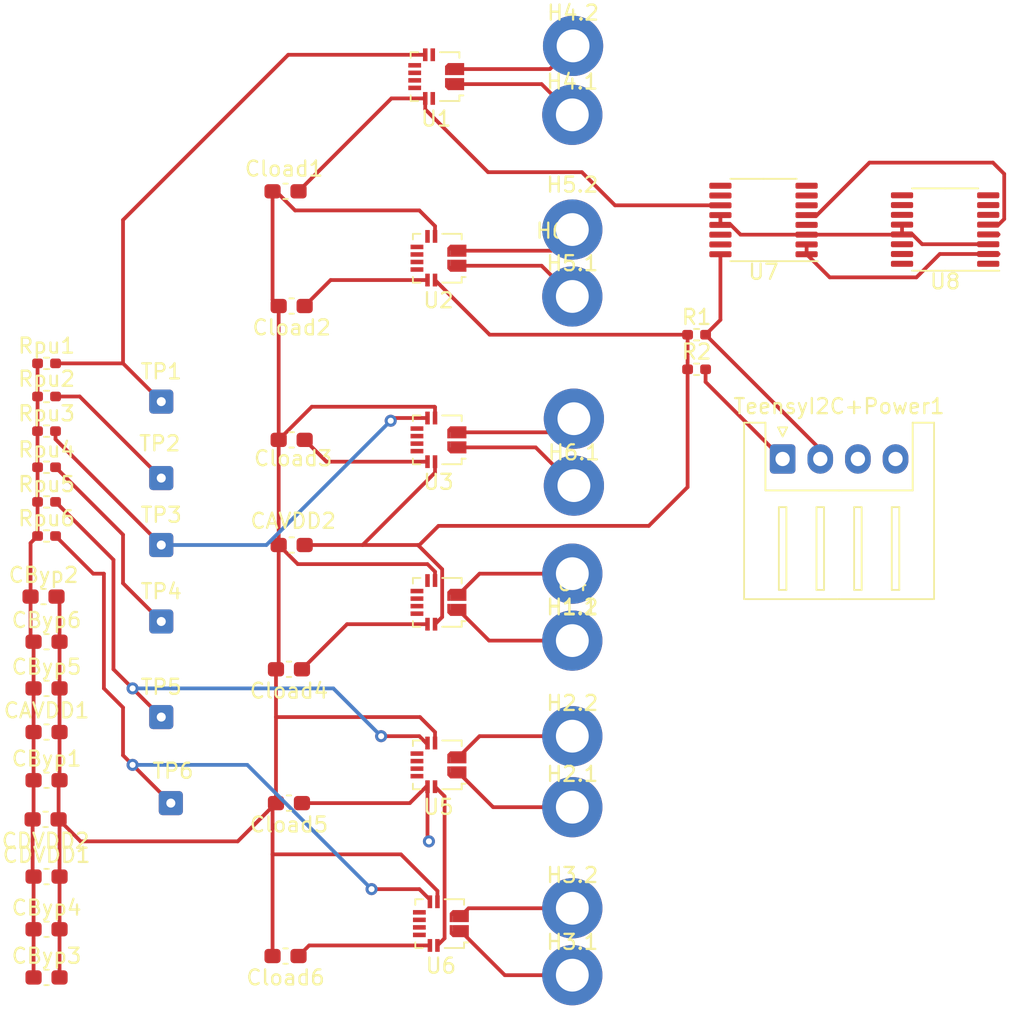
<source format=kicad_pcb>
(kicad_pcb (version 20211014) (generator pcbnew)
  (layers (0 "F.Cu" signal) (31 "B.Cu" signal) (34 "B.Paste" user) (35 "F.Paste" user) (36 "B.SilkS" user "B.Silkscreen") (37 "F.SilkS" user "F.Silkscreen") (38 "B.Mask" user) (39 "F.Mask" user) (44 "Edge.Cuts" user))
  (net 0 "")
  (net 1 "+3.3V")
  (net 2 "Earth")
  (net 3 "Net-(Cload1-Pad1)")
  (net 4 "Net-(Cload2-Pad1)")
  (net 5 "Net-(Cload3-Pad1)")
  (net 6 "Net-(Cload4-Pad1)")
  (net 7 "Net-(Cload5-Pad1)")
  (net 8 "Net-(H1.1-Pad1)")
  (net 9 "Net-(H1.2-Pad1)")
  (net 10 "Net-(H2.1-Pad1)")
  (net 11 "Net-(H2.2-Pad1)")
  (net 12 "Net-(H3.1-Pad1)")
  (net 13 "Net-(H3.2-Pad1)")
  (net 14 "Net-(H4.1-Pad1)")
  (net 15 "Net-(H4.2-Pad1)")
  (net 16 "Net-(H5.1-Pad1)")
  (net 17 "Net-(H5.2-Pad1)")
  (net 18 "Net-(H6.1-Pad1)")
  (net 19 "Net-(H6.2-Pad1)")
  (net 20 "Net-(Rpu1-Pad2)")
  (net 21 "Net-(Rpu2-Pad2)")
  (net 22 "Net-(Rpu3-Pad2)")
  (net 23 "Net-(Rpu4-Pad2)")
  (net 24 "Net-(Rpu5-Pad2)")
  (net 25 "Net-(Rpu6-Pad2)")
  (net 50 "GNDD")
  (net 51 "GNDA")
  (net 60 "Net-(U6-Pad9)")
  (net 61 "Net-(R2-Pad2)")
  (net 62 "Net-(R1-Pad2)")
  (footprint "Package_SO:TSSOP-16_4.4x5mm_P0.65mm" (layer "F.Cu") (at 212.725 38.735 180)
    (fp_text reference "U7" (at 0 -3.45) (layer "F.SilkS"))
    (fp_text value "ADS1119IPWR")
    (pad "1" smd roundrect (at -2.8625 -2.275 180) (size 1.475 0.4) (layers "F.Cu" "F.Paste" "F.Mask") (net 50 "GNDD"))
    (pad "2" smd roundrect (at -2.8625 -1.625 180) (size 1.475 0.4) (layers "F.Cu" "F.Paste" "F.Mask") (net 50 "GNDD"))
    (pad "3" smd roundrect (at -2.8625 -0.975 180) (size 1.475 0.4) (layers "F.Cu" "F.Paste" "F.Mask") (net 1 "+3.3V"))
    (pad "4" smd roundrect (at -2.8625 -0.325 180) (size 1.475 0.4) (layers "F.Cu" "F.Paste" "F.Mask") (net 50 "GNDD"))
    (pad "5" smd roundrect (at -2.8625 0.325 180) (size 1.475 0.4) (layers "F.Cu" "F.Paste" "F.Mask") (net 51 "GNDA"))
    (pad "6" smd roundrect (at -2.8625 0.975 180) (size 1.475 0.4) (layers "F.Cu" "F.Paste" "F.Mask") (net 6 "Net-(Cload4-Pad1)"))
    (pad "7" smd roundrect (at -2.8625 1.625 180) (size 1.475 0.4) (layers "F.Cu" "F.Paste" "F.Mask") (net 7 "Net-(Cload5-Pad1)"))
    (pad "8" smd roundrect (at -2.8625 2.275 180) (size 1.475 0.4) (layers "F.Cu" "F.Paste" "F.Mask"))
    (pad "9" smd roundrect (at 2.8625 2.275 180) (size 1.475 0.4) (layers "F.Cu" "F.Paste" "F.Mask"))
    (pad "10" smd roundrect (at 2.8625 1.625 180) (size 1.475 0.4) (layers "F.Cu" "F.Paste" "F.Mask") (net 60 "Net-(U6-Pad9)"))
    (pad "11" smd roundrect (at 2.8625 0.975 180) (size 1.475 0.4) (layers "F.Cu" "F.Paste" "F.Mask") (net 3 "Net-(Cload1-Pad1)"))
    (pad "12" smd roundrect (at 2.8625 0.325 180) (size 1.475 0.4) (layers "F.Cu" "F.Paste" "F.Mask") (net 1 "+3.3V"))
    (pad "13" smd roundrect (at 2.8625 -0.325 180) (size 1.475 0.4) (layers "F.Cu" "F.Paste" "F.Mask") (net 1 "+3.3V"))
    (pad "14" smd roundrect (at 2.8625 -0.975 180) (size 1.475 0.4) (layers "F.Cu" "F.Paste" "F.Mask"))
    (pad "15" smd roundrect (at 2.8625 -1.625 180) (size 1.475 0.4) (layers "F.Cu" "F.Paste" "F.Mask") (net 61 "Net-(R2-Pad2)"))
    (pad "16" smd roundrect (at 2.8625 -2.275 180) (size 1.475 0.4) (layers "F.Cu" "F.Paste" "F.Mask") (net 62 "Net-(R1-Pad2)"))
  )
  (footprint "Capacitor_SMD:C_0603_1608Metric_Pad1.08x0.95mm_HandSolder" (layer "F.Cu") (at 165.1 82.35)
    (fp_text reference "CDVDD1" (at 0 -1.43) (layer "F.SilkS"))
    (fp_text value "0.1")
    (pad "1" smd roundrect (at -0.8625 0) (size 1.075 0.95) (layers "F.Cu" "F.Paste" "F.Mask") (net 1 "+3.3V"))
    (pad "2" smd roundrect (at 0.8625 0) (size 1.075 0.95) (layers "F.Cu" "F.Paste" "F.Mask") (net 2 "Earth"))
  )
  (footprint "Sensor_Current:Allegro_QFN-12-10-1EP_3x3mm_P0.5mm" (layer "F.Cu") (at 191.135 53.34 180)
    (fp_text reference "U3" (at 0 -2.8) (layer "F.SilkS"))
    (fp_text value "ACS711xEXLT-31AB")
    (pad "1" smd rect (at -0.785 -0.7 225) (size 0.2828 0.2828) (layers "F.Cu" "F.Paste" "F.Mask") (net 18 "Net-(H6.1-Pad1)"))
    (pad "1" smd rect (at -1.32 -0.5 180) (size 1.07 0.8) (layers "F.Cu" "F.Paste" "F.Mask") (net 18 "Net-(H6.1-Pad1)"))
    (pad "1" smd rect (at -0.685 -0.4 180) (size 0.2 0.6) (layers "F.Cu" "F.Paste" "F.Mask") (net 18 "Net-(H6.1-Pad1)"))
    (pad "2" smd rect (at -0.785 0.7 225) (size 0.2828 0.2828) (layers "F.Cu" "F.Paste" "F.Mask") (net 19 "Net-(H6.2-Pad1)"))
    (pad "2" smd rect (at -1.32 0.5 180) (size 1.07 0.8) (layers "F.Cu" "F.Paste" "F.Mask") (net 19 "Net-(H6.2-Pad1)"))
    (pad "2" smd rect (at -0.685 0.4 180) (size 0.2 0.6) (layers "F.Cu" "F.Paste" "F.Mask") (net 19 "Net-(H6.2-Pad1)"))
    (pad "3" smd rect (at 0.23 1.45 180) (size 0.3 0.85) (layers "F.Cu" "F.Paste" "F.Mask") (net 2 "Earth"))
    (pad "4" smd rect (at 0.73 1.45 180) (size 0.3 0.85) (layers "F.Cu" "F.Paste" "F.Mask") (net 22 "Net-(Rpu3-Pad2)"))
    (pad "5" smd rect (at 1.43 0.75 180) (size 0.85 0.3) (layers "F.Cu" "F.Paste" "F.Mask"))
    (pad "6" smd rect (at 1.43 0.25 180) (size 0.85 0.3) (layers "F.Cu" "F.Paste" "F.Mask"))
    (pad "7" smd rect (at 1.43 -0.25 180) (size 0.85 0.3) (layers "F.Cu" "F.Paste" "F.Mask"))
    (pad "8" smd rect (at 1.43 -0.75 180) (size 0.85 0.3) (layers "F.Cu" "F.Paste" "F.Mask"))
    (pad "9" smd rect (at 0.73 -1.45 180) (size 0.3 0.85) (layers "F.Cu" "F.Paste" "F.Mask") (net 5 "Net-(Cload3-Pad1)"))
    (pad "10" smd rect (at 0.23 -1.45 180) (size 0.3 0.85) (layers "F.Cu" "F.Paste" "F.Mask") (net 1 "+3.3V"))
  )
  (footprint "Resistor_SMD:R_0402_1005Metric_Pad0.72x0.64mm_HandSolder" (layer "F.Cu") (at 208.28 46.355)
    (fp_text reference "R1" (at 0 -1.17) (layer "F.SilkS"))
    (fp_text value "4.7k")
    (pad "1" smd roundrect (at -0.5975 0) (size 0.715 0.64) (layers "F.Cu" "F.Paste" "F.Mask") (net 1 "+3.3V"))
    (pad "2" smd roundrect (at 0.5975 0) (size 0.715 0.64) (layers "F.Cu" "F.Paste" "F.Mask") (net 62 "Net-(R1-Pad2)"))
  )
  (footprint "Resistor_SMD:R_0402_1005Metric_Pad0.72x0.64mm_HandSolder" (layer "F.Cu") (at 165.1 48.26)
    (fp_text reference "Rpu1" (at 0 -1.17) (layer "F.SilkS"))
    (fp_text value "4.7k")
    (pad "1" smd roundrect (at -0.5975 0) (size 0.715 0.64) (layers "F.Cu" "F.Paste" "F.Mask") (net 1 "+3.3V"))
    (pad "2" smd roundrect (at 0.5975 0) (size 0.715 0.64) (layers "F.Cu" "F.Paste" "F.Mask") (net 20 "Net-(Rpu1-Pad2)"))
  )
  (footprint "Connector_Wire:SolderWire-0.1sqmm_1x01_D0.4mm_OD1mm" (layer "F.Cu") (at 172.72 50.8)
    (fp_text reference "TP1" (at 0 -2) (layer "F.SilkS"))
    (fp_text value "Fault 1")
    (pad "1" thru_hole roundrect (at 0 0) (size 1.6 1.6) (drill 0.6) (layers *.Cu *.Mask) (roundrect_rratio 0.15625) (net 20 "Net-(Rpu1-Pad2)"))
  )
  (footprint "Connector_Wire:SolderWire-0.25sqmm_1x01_D0.65mm_OD2mm" (layer "F.Cu") (at 200.13 56.38)
    (fp_text reference "H6.1" (at 0 -2.2) (layer "F.SilkS"))
    (fp_text value "I+ Pad")
    (pad "1" thru_hole circle (at 0 0) (size 4 4) (drill 2.18) (layers *.Cu *.Mask) (net 18 "Net-(H6.1-Pad1)"))
  )
  (footprint "Connector_Wire:SolderWire-0.25sqmm_1x01_D0.65mm_OD2mm" (layer "F.Cu") (at 200.025 39.37)
    (fp_text reference "H5.2" (at 0 -2.975) (layer "F.SilkS"))
    (fp_text value "I- Pad")
    (pad "1" thru_hole circle (at 0 0) (size 4 4) (drill 2.18) (layers *.Cu *.Mask) (net 17 "Net-(H5.2-Pad1)"))
  )
  (footprint "Capacitor_SMD:C_0603_1608Metric_Pad1.08x0.95mm_HandSolder" (layer "F.Cu") (at 165.1 72.75)
    (fp_text reference "CAVDD1" (at 0 -1.43) (layer "F.SilkS"))
    (fp_text value "0.1")
    (pad "1" smd roundrect (at -0.8625 0) (size 1.075 0.95) (layers "F.Cu" "F.Paste" "F.Mask") (net 1 "+3.3V"))
    (pad "2" smd roundrect (at 0.8625 0) (size 1.075 0.95) (layers "F.Cu" "F.Paste" "F.Mask") (net 2 "Earth"))
  )
  (footprint "Sensor_Current:Allegro_QFN-12-10-1EP_3x3mm_P0.5mm" (layer "F.Cu") (at 191.295 85.475 180)
    (fp_text reference "U6" (at 0 -2.8) (layer "F.SilkS"))
    (fp_text value "ACS711xEXLT-31AB")
    (pad "1" smd rect (at -1.32 -0.5 180) (size 1.07 0.8) (layers "F.Cu" "F.Paste" "F.Mask") (net 12 "Net-(H3.1-Pad1)"))
    (pad "1" smd rect (at -0.685 -0.4 180) (size 0.2 0.6) (layers "F.Cu" "F.Paste" "F.Mask") (net 12 "Net-(H3.1-Pad1)"))
    (pad "1" smd rect (at -0.785 -0.7 225) (size 0.2828 0.2828) (layers "F.Cu" "F.Paste" "F.Mask") (net 12 "Net-(H3.1-Pad1)"))
    (pad "2" smd rect (at -0.785 0.7 225) (size 0.2828 0.2828) (layers "F.Cu" "F.Paste" "F.Mask") (net 13 "Net-(H3.2-Pad1)"))
    (pad "2" smd rect (at -0.685 0.4 180) (size 0.2 0.6) (layers "F.Cu" "F.Paste" "F.Mask") (net 13 "Net-(H3.2-Pad1)"))
    (pad "2" smd rect (at -1.32 0.5 180) (size 1.07 0.8) (layers "F.Cu" "F.Paste" "F.Mask") (net 13 "Net-(H3.2-Pad1)"))
    (pad "3" smd rect (at 0.23 1.45 180) (size 0.3 0.85) (layers "F.Cu" "F.Paste" "F.Mask") (net 2 "Earth"))
    (pad "4" smd rect (at 0.73 1.45 180) (size 0.3 0.85) (layers "F.Cu" "F.Paste" "F.Mask") (net 25 "Net-(Rpu6-Pad2)"))
    (pad "5" smd rect (at 1.43 0.75 180) (size 0.85 0.3) (layers "F.Cu" "F.Paste" "F.Mask"))
    (pad "6" smd rect (at 1.43 0.25 180) (size 0.85 0.3) (layers "F.Cu" "F.Paste" "F.Mask"))
    (pad "7" smd rect (at 1.43 -0.25 180) (size 0.85 0.3) (layers "F.Cu" "F.Paste" "F.Mask"))
    (pad "8" smd rect (at 1.43 -0.75 180) (size 0.85 0.3) (layers "F.Cu" "F.Paste" "F.Mask"))
    (pad "9" smd rect (at 0.73 -1.45 180) (size 0.3 0.85) (layers "F.Cu" "F.Paste" "F.Mask") (net 60 "Net-(U6-Pad9)"))
    (pad "10" smd rect (at 0.23 -1.45 180) (size 0.3 0.85) (layers "F.Cu" "F.Paste" "F.Mask") (net 1 "+3.3V"))
  )
  (footprint "Resistor_SMD:R_0402_1005Metric_Pad0.72x0.64mm_HandSolder" (layer "F.Cu") (at 208.28 48.655)
    (fp_text reference "R2" (at 0 -1.17) (layer "F.SilkS"))
    (fp_text value "4.7k")
    (pad "1" smd roundrect (at -0.5975 0) (size 0.715 0.64) (layers "F.Cu" "F.Paste" "F.Mask") (net 1 "+3.3V"))
    (pad "2" smd roundrect (at 0.5975 0) (size 0.715 0.64) (layers "F.Cu" "F.Paste" "F.Mask") (net 61 "Net-(R2-Pad2)"))
  )
  (footprint "Connector_Wire:SolderWire-0.25sqmm_1x01_D0.65mm_OD2mm" (layer "F.Cu") (at 200.13 51.935)
    (fp_text reference "H6.2" (at -0.8 -12.48) (layer "F.SilkS"))
    (fp_text value "I- Pad")
    (pad "1" thru_hole circle (at 0 0) (size 4 4) (drill 2.18) (layers *.Cu *.Mask) (net 19 "Net-(H6.2-Pad1)"))
  )
  (footprint "Sensor_Current:Allegro_QFN-12-10-1EP_3x3mm_P0.5mm" (layer "F.Cu") (at 190.985 29.21 180)
    (fp_text reference "U1" (at 0 -2.8) (layer "F.SilkS"))
    (fp_text value "ACS711xEXLT-31AB")
    (pad "1" smd rect (at -0.785 -0.7 225) (size 0.2828 0.2828) (layers "F.Cu" "F.Paste" "F.Mask") (net 14 "Net-(H4.1-Pad1)"))
    (pad "1" smd rect (at -0.685 -0.4 180) (size 0.2 0.6) (layers "F.Cu" "F.Paste" "F.Mask") (net 14 "Net-(H4.1-Pad1)"))
    (pad "1" smd rect (at -1.32 -0.5 180) (size 1.07 0.8) (layers "F.Cu" "F.Paste" "F.Mask") (net 14 "Net-(H4.1-Pad1)"))
    (pad "2" smd rect (at -0.785 0.7 225) (size 0.2828 0.2828) (layers "F.Cu" "F.Paste" "F.Mask") (net 15 "Net-(H4.2-Pad1)"))
    (pad "2" smd rect (at -0.685 0.4 180) (size 0.2 0.6) (layers "F.Cu" "F.Paste" "F.Mask") (net 15 "Net-(H4.2-Pad1)"))
    (pad "2" smd rect (at -1.32 0.5 180) (size 1.07 0.8) (layers "F.Cu" "F.Paste" "F.Mask") (net 15 "Net-(H4.2-Pad1)"))
    (pad "3" smd rect (at 0.23 1.45 180) (size 0.3 0.85) (layers "F.Cu" "F.Paste" "F.Mask") (net 2 "Earth"))
    (pad "4" smd rect (at 0.73 1.45 180) (size 0.3 0.85) (layers "F.Cu" "F.Paste" "F.Mask") (net 20 "Net-(Rpu1-Pad2)"))
    (pad "5" smd rect (at 1.43 0.75 180) (size 0.85 0.3) (layers "F.Cu" "F.Paste" "F.Mask"))
    (pad "6" smd rect (at 1.43 0.25 180) (size 0.85 0.3) (layers "F.Cu" "F.Paste" "F.Mask"))
    (pad "7" smd rect (at 1.43 -0.25 180) (size 0.85 0.3) (layers "F.Cu" "F.Paste" "F.Mask"))
    (pad "8" smd rect (at 1.43 -0.75 180) (size 0.85 0.3) (layers "F.Cu" "F.Paste" "F.Mask"))
    (pad "9" smd rect (at 0.73 -1.45 180) (size 0.3 0.85) (layers "F.Cu" "F.Paste" "F.Mask") (net 3 "Net-(Cload1-Pad1)"))
    (pad "10" smd rect (at 0.23 -1.45 180) (size 0.3 0.85) (layers "F.Cu" "F.Paste" "F.Mask") (net 1 "+3.3V"))
  )
  (footprint "Sensor_Current:Allegro_QFN-12-10-1EP_3x3mm_P0.5mm" (layer "F.Cu") (at 191.135 41.275 180)
    (fp_text reference "U2" (at 0 -2.8) (layer "F.SilkS"))
    (fp_text value "ACS711xEXLT-31AB")
    (pad "1" smd rect (at -1.32 -0.5 180) (size 1.07 0.8) (layers "F.Cu" "F.Paste" "F.Mask") (net 16 "Net-(H5.1-Pad1)"))
    (pad "1" smd rect (at -0.685 -0.4 180) (size 0.2 0.6) (layers "F.Cu" "F.Paste" "F.Mask") (net 16 "Net-(H5.1-Pad1)"))
    (pad "1" smd rect (at -0.785 -0.7 225) (size 0.2828 0.2828) (layers "F.Cu" "F.Paste" "F.Mask") (net 16 "Net-(H5.1-Pad1)"))
    (pad "2" smd rect (at -1.32 0.5 180) (size 1.07 0.8) (layers "F.Cu" "F.Paste" "F.Mask") (net 17 "Net-(H5.2-Pad1)"))
    (pad "2" smd rect (at -0.785 0.7 225) (size 0.2828 0.2828) (layers "F.Cu" "F.Paste" "F.Mask") (net 17 "Net-(H5.2-Pad1)"))
    (pad "2" smd rect (at -0.685 0.4 180) (size 0.2 0.6) (layers "F.Cu" "F.Paste" "F.Mask") (net 17 "Net-(H5.2-Pad1)"))
    (pad "3" smd rect (at 0.23 1.45 180) (size 0.3 0.85) (layers "F.Cu" "F.Paste" "F.Mask") (net 2 "Earth"))
    (pad "4" smd rect (at 0.73 1.45 180) (size 0.3 0.85) (layers "F.Cu" "F.Paste" "F.Mask") (net 21 "Net-(Rpu2-Pad2)"))
    (pad "5" smd rect (at 1.43 0.75 180) (size 0.85 0.3) (layers "F.Cu" "F.Paste" "F.Mask"))
    (pad "6" smd rect (at 1.43 0.25 180) (size 0.85 0.3) (layers "F.Cu" "F.Paste" "F.Mask"))
    (pad "7" smd rect (at 1.43 -0.25 180) (size 0.85 0.3) (layers "F.Cu" "F.Paste" "F.Mask"))
    (pad "8" smd rect (at 1.43 -0.75 180) (size 0.85 0.3) (layers "F.Cu" "F.Paste" "F.Mask"))
    (pad "9" smd rect (at 0.73 -1.45 180) (size 0.3 0.85) (layers "F.Cu" "F.Paste" "F.Mask") (net 4 "Net-(Cload2-Pad1)"))
    (pad "10" smd rect (at 0.23 -1.45 180) (size 0.3 0.85) (layers "F.Cu" "F.Paste" "F.Mask") (net 1 "+3.3V"))
  )
  (footprint "Capacitor_SMD:C_0603_1608Metric_Pad1.08x0.95mm_HandSolder" (layer "F.Cu") (at 180.975 36.83 180)
    (fp_text reference "Cload1" (at 0.1 1.5) (layer "F.SilkS"))
    (fp_text value "0.1")
    (pad "1" smd roundrect (at -0.8625 0 180) (size 1.075 0.95) (layers "F.Cu" "F.Paste" "F.Mask") (net 3 "Net-(Cload1-Pad1)"))
    (pad "2" smd roundrect (at 0.8625 0 180) (size 1.075 0.95) (layers "F.Cu" "F.Paste" "F.Mask") (net 2 "Earth"))
  )
  (footprint "Capacitor_SMD:C_0603_1608Metric_Pad1.08x0.95mm_HandSolder" (layer "F.Cu") (at 181.3825 53.34 180)
    (fp_text reference "Cload3" (at -0.1 -1.23) (layer "F.SilkS"))
    (fp_text value "0.1")
    (pad "1" smd roundrect (at -0.8625 0 180) (size 1.075 0.95) (layers "F.Cu" "F.Paste" "F.Mask") (net 5 "Net-(Cload3-Pad1)"))
    (pad "2" smd roundrect (at 0.8625 0 180) (size 1.075 0.95) (layers "F.Cu" "F.Paste" "F.Mask") (net 2 "Earth"))
  )
  (footprint "Connector_Wire:SolderWire-0.1sqmm_1x01_D0.4mm_OD1mm" (layer "F.Cu") (at 172.72 65.405)
    (fp_text reference "TP4" (at 0 -2) (layer "F.SilkS"))
    (fp_text value "Fault 4")
    (pad "1" thru_hole roundrect (at 0 0) (size 1.6 1.6) (drill 0.6) (layers *.Cu *.Mask) (roundrect_rratio 0.15625) (net 23 "Net-(Rpu4-Pad2)"))
  )
  (footprint "Connector_Wire:SolderWire-0.25sqmm_1x01_D0.65mm_OD2mm" (layer "F.Cu") (at 200.025 31.75)
    (fp_text reference "H4.1" (at 0 -2.2) (layer "F.SilkS"))
    (fp_text value "I+ Pad")
    (pad "1" thru_hole circle (at 0 0) (size 4 4) (drill 2.18) (layers *.Cu *.Mask) (net 14 "Net-(H4.1-Pad1)"))
  )
  (footprint "Connector_Wire:SolderWire-0.25sqmm_1x01_D0.65mm_OD2mm" (layer "F.Cu") (at 200.025 73.025)
    (fp_text reference "H2.2" (at 0 -2.2) (layer "F.SilkS"))
    (fp_text value "I- Pad")
    (pad "1" thru_hole circle (at 0 0) (size 4 4) (drill 2.18) (layers *.Cu *.Mask) (net 11 "Net-(H2.2-Pad1)"))
  )
  (footprint "Connector_Wire:SolderWire-0.1sqmm_1x01_D0.4mm_OD1mm" (layer "F.Cu") (at 172.72 60.325)
    (fp_text reference "TP3" (at 0 -2) (layer "F.SilkS"))
    (fp_text value "Fault 3")
    (pad "1" thru_hole roundrect (at 0 0) (size 1.6 1.6) (drill 0.6) (layers *.Cu *.Mask) (roundrect_rratio 0.15625) (net 22 "Net-(Rpu3-Pad2)"))
  )
  (footprint "Capacitor_SMD:C_0603_1608Metric_Pad1.08x0.95mm_HandSolder" (layer "F.Cu") (at 165.1 89.05)
    (fp_text reference "CByp3" (at 0 -1.43) (layer "F.SilkS"))
    (fp_text value "0.1")
    (pad "1" smd roundrect (at -0.8625 0) (size 1.075 0.95) (layers "F.Cu" "F.Paste" "F.Mask") (net 1 "+3.3V"))
    (pad "2" smd roundrect (at 0.8625 0) (size 1.075 0.95) (layers "F.Cu" "F.Paste" "F.Mask") (net 2 "Earth"))
  )
  (footprint "Resistor_SMD:R_0402_1005Metric_Pad0.72x0.64mm_HandSolder" (layer "F.Cu") (at 165.1 55.16)
    (fp_text reference "Rpu4" (at 0 -1.17) (layer "F.SilkS"))
    (fp_text value "4.7k")
    (pad "1" smd roundrect (at -0.5975 0) (size 0.715 0.64) (layers "F.Cu" "F.Paste" "F.Mask") (net 1 "+3.3V"))
    (pad "2" smd roundrect (at 0.5975 0) (size 0.715 0.64) (layers "F.Cu" "F.Paste" "F.Mask") (net 23 "Net-(Rpu4-Pad2)"))
  )
  (footprint "Capacitor_SMD:C_0603_1608Metric_Pad1.08x0.95mm_HandSolder" (layer "F.Cu") (at 165.1 69.85)
    (fp_text reference "CByp5" (at 0 -1.43) (layer "F.SilkS"))
    (fp_text value "0.1")
    (pad "1" smd roundrect (at -0.8625 0) (size 1.075 0.95) (layers "F.Cu" "F.Paste" "F.Mask") (net 1 "+3.3V"))
    (pad "2" smd roundrect (at 0.8625 0) (size 1.075 0.95) (layers "F.Cu" "F.Paste" "F.Mask") (net 2 "Earth"))
  )
  (footprint "Capacitor_SMD:C_0603_1608Metric_Pad1.08x0.95mm_HandSolder" (layer "F.Cu") (at 164.9 63.75)
    (fp_text reference "CByp2" (at 0 -1.43) (layer "F.SilkS"))
    (fp_text value "0.1")
    (pad "1" smd roundrect (at -0.8625 0) (size 1.075 0.95) (layers "F.Cu" "F.Paste" "F.Mask") (net 1 "+3.3V"))
    (pad "2" smd roundrect (at 0.8625 0) (size 1.075 0.95) (layers "F.Cu" "F.Paste" "F.Mask") (net 2 "Earth"))
  )
  (footprint "Connector_Wire:SolderWire-0.25sqmm_1x01_D0.65mm_OD2mm" (layer "F.Cu") (at 200.025 66.675)
    (fp_text reference "H1.1" (at 0 -2.2) (layer "F.SilkS"))
    (fp_text value "I+ Pad")
    (pad "1" thru_hole circle (at 0 0) (size 4 4) (drill 2.18) (layers *.Cu *.Mask) (net 8 "Net-(H1.1-Pad1)"))
  )
  (footprint "Capacitor_SMD:C_0603_1608Metric_Pad1.08x0.95mm_HandSolder" (layer "F.Cu") (at 181.2025 68.58 180)
    (fp_text reference "Cload4" (at 0 -1.43) (layer "F.SilkS"))
    (fp_text value "0.1")
    (pad "1" smd roundrect (at -0.8625 0 180) (size 1.075 0.95) (layers "F.Cu" "F.Paste" "F.Mask") (net 6 "Net-(Cload4-Pad1)"))
    (pad "2" smd roundrect (at 0.8625 0 180) (size 1.075 0.95) (layers "F.Cu" "F.Paste" "F.Mask") (net 2 "Earth"))
  )
  (footprint "Capacitor_SMD:C_0603_1608Metric_Pad1.08x0.95mm_HandSolder" (layer "F.Cu") (at 165.1 66.75)
    (fp_text reference "CByp6" (at 0 -1.43) (layer "F.SilkS"))
    (fp_text value "0.1")
    (pad "1" smd roundrect (at -0.8625 0) (size 1.075 0.95) (layers "F.Cu" "F.Paste" "F.Mask") (net 1 "+3.3V"))
    (pad "2" smd roundrect (at 0.8625 0) (size 1.075 0.95) (layers "F.Cu" "F.Paste" "F.Mask") (net 2 "Earth"))
  )
  (footprint "Capacitor_SMD:C_0603_1608Metric_Pad1.08x0.95mm_HandSolder" (layer "F.Cu") (at 181.3825 60.325 180)
    (fp_text reference "CAVDD2" (at -0.1 1.6) (layer "F.SilkS"))
    (fp_text value "0.1")
    (pad "1" smd roundrect (at -0.8625 0 180) (size 1.075 0.95) (layers "F.Cu" "F.Paste" "F.Mask") (net 1 "+3.3V"))
    (pad "2" smd roundrect (at 0.8625 0 180) (size 1.075 0.95) (layers "F.Cu" "F.Paste" "F.Mask") (net 2 "Earth"))
  )
  (footprint "Capacitor_SMD:C_0603_1608Metric_Pad1.08x0.95mm_HandSolder" (layer "F.Cu") (at 180.975 87.63 180)
    (fp_text reference "Cload6" (at 0 -1.43) (layer "F.SilkS"))
    (fp_text value "0.1")
    (pad "1" smd roundrect (at -0.8625 0 180) (size 1.075 0.95) (layers "F.Cu" "F.Paste" "F.Mask") (net 60 "Net-(U6-Pad9)"))
    (pad "2" smd roundrect (at 0.8625 0 180) (size 1.075 0.95) (layers "F.Cu" "F.Paste" "F.Mask") (net 2 "Earth"))
  )
  (footprint "Resistor_SMD:R_0402_1005Metric_Pad0.72x0.64mm_HandSolder" (layer "F.Cu") (at 165.0975 52.76)
    (fp_text reference "Rpu3" (at 0 -1.17) (layer "F.SilkS"))
    (fp_text value "4.7k")
    (pad "1" smd roundrect (at -0.5975 0) (size 0.715 0.64) (layers "F.Cu" "F.Paste" "F.Mask") (net 1 "+3.3V"))
    (pad "2" smd roundrect (at 0.5975 0) (size 0.715 0.64) (layers "F.Cu" "F.Paste" "F.Mask") (net 22 "Net-(Rpu3-Pad2)"))
  )
  (footprint "Connector_Wire:SolderWire-0.25sqmm_1x01_D0.65mm_OD2mm" (layer "F.Cu") (at 200.025 84.455)
    (fp_text reference "H3.2" (at 0 -2.2) (layer "F.SilkS"))
    (fp_text value "I- Pad")
    (pad "1" thru_hole circle (at 0 0) (size 4 4) (drill 2.18) (layers *.Cu *.Mask) (net 13 "Net-(H3.2-Pad1)"))
  )
  (footprint "Sensor_Current:Allegro_QFN-12-10-1EP_3x3mm_P0.5mm" (layer "F.Cu") (at 191.135 74.93 180)
    (fp_text reference "U5" (at 0 -2.8) (layer "F.SilkS"))
    (fp_text value "ACS711xEXLT-31AB")
    (pad "1" smd rect (at -0.785 -0.7 225) (size 0.2828 0.2828) (layers "F.Cu" "F.Paste" "F.Mask") (net 10 "Net-(H2.1-Pad1)"))
    (pad "1" smd rect (at -0.685 -0.4 180) (size 0.2 0.6) (layers "F.Cu" "F.Paste" "F.Mask") (net 10 "Net-(H2.1-Pad1)"))
    (pad "1" smd rect (at -1.32 -0.5 180) (size 1.07 0.8) (layers "F.Cu" "F.Paste" "F.Mask") (net 10 "Net-(H2.1-Pad1)"))
    (pad "2" smd rect (at -1.32 0.5 180) (size 1.07 0.8) (layers "F.Cu" "F.Paste" "F.Mask") (net 11 "Net-(H2.2-Pad1)"))
    (pad "2" smd rect (at -0.785 0.7 225) (size 0.2828 0.2828) (layers "F.Cu" "F.Paste" "F.Mask") (net 11 "Net-(H2.2-Pad1)"))
    (pad "2" smd rect (at -0.685 0.4 180) (size 0.2 0.6) (layers "F.Cu" "F.Paste" "F.Mask") (net 11 "Net-(H2.2-Pad1)"))
    (pad "3" smd rect (at 0.23 1.45 180) (size 0.3 0.85) (layers "F.Cu" "F.Paste" "F.Mask") (net 2 "Earth"))
    (pad "4" smd rect (at 0.73 1.45 180) (size 0.3 0.85) (layers "F.Cu" "F.Paste" "F.Mask") (net 24 "Net-(Rpu5-Pad2)"))
    (pad "5" smd rect (at 1.43 0.75 180) (size 0.85 0.3) (layers "F.Cu" "F.Paste" "F.Mask"))
    (pad "6" smd rect (at 1.43 0.25 180) (size 0.85 0.3) (layers "F.Cu" "F.Paste" "F.Mask"))
    (pad "7" smd rect (at 1.43 -0.25 180) (size 0.85 0.3) (layers "F.Cu" "F.Paste" "F.Mask"))
    (pad "8" smd rect (at 1.43 -0.75 180) (size 0.85 0.3) (layers "F.Cu" "F.Paste" "F.Mask"))
    (pad "9" smd rect (at 0.73 -1.45 180) (size 0.3 0.85) (layers "F.Cu" "F.Paste" "F.Mask") (net 7 "Net-(Cload5-Pad1)"))
    (pad "10" smd rect (at 0.23 -1.45 180) (size 0.3 0.85) (layers "F.Cu" "F.Paste" "F.Mask") (net 1 "+3.3V"))
  )
  (footprint "Capacitor_SMD:C_0603_1608Metric_Pad1.08x0.95mm_HandSolder" (layer "F.Cu") (at 165.1 85.85)
    (fp_text reference "CByp4" (at 0 -1.43) (layer "F.SilkS"))
    (fp_text value "0.1")
    (pad "1" smd roundrect (at -0.8625 0) (size 1.075 0.95) (layers "F.Cu" "F.Paste" "F.Mask") (net 1 "+3.3V"))
    (pad "2" smd roundrect (at 0.8625 0) (size 1.075 0.95) (layers "F.Cu" "F.Paste" "F.Mask") (net 2 "Earth"))
  )
  (footprint "Connector_Wire:SolderWire-0.25sqmm_1x01_D0.65mm_OD2mm" (layer "F.Cu") (at 200.025 62.23 180)
    (fp_text reference "H1.2" (at 0 -2.2) (layer "F.SilkS"))
    (fp_text value "I- Pad")
    (pad "1" thru_hole circle (at 0 0 180) (size 4 4) (drill 2.18) (layers *.Cu *.Mask) (net 9 "Net-(H1.2-Pad1)"))
  )
  (footprint "Resistor_SMD:R_0402_1005Metric_Pad0.72x0.64mm_HandSolder" (layer "F.Cu") (at 165.1 59.7275)
    (fp_text reference "Rpu6" (at 0 -1.17) (layer "F.SilkS"))
    (fp_text value "4.7k")
    (pad "1" smd roundrect (at -0.5975 0) (size 0.715 0.64) (layers "F.Cu" "F.Paste" "F.Mask") (net 1 "+3.3V"))
    (pad "2" smd roundrect (at 0.5975 0) (size 0.715 0.64) (layers "F.Cu" "F.Paste" "F.Mask") (net 25 "Net-(Rpu6-Pad2)"))
  )
  (footprint "Connector_Wire:SolderWire-0.1sqmm_1x01_D0.4mm_OD1mm" (layer "F.Cu") (at 172.72 71.755)
    (fp_text reference "TP5" (at 0 -2) (layer "F.SilkS"))
    (fp_text value "Fault 5")
    (pad "1" thru_hole roundrect (at 0 0) (size 1.6 1.6) (drill 0.6) (layers *.Cu *.Mask) (roundrect_rratio 0.15625) (net 24 "Net-(Rpu5-Pad2)"))
  )
  (footprint "Connector_Wire:SolderWire-0.25sqmm_1x01_D0.65mm_OD2mm" (layer "F.Cu") (at 200.025 77.74)
    (fp_text reference "H2.1" (at 0 -2.2) (layer "F.SilkS"))
    (fp_text value "I+ Pad")
    (pad "1" thru_hole circle (at 0 0) (size 4 4) (drill 2.18) (layers *.Cu *.Mask) (net 10 "Net-(H2.1-Pad1)"))
  )
  (footprint "Sensor_Current:Allegro_QFN-12-10-1EP_3x3mm_P0.5mm" (layer "F.Cu") (at 191.135 64.135 180)
    (fp_text reference "U4" (at -8.89 1.27) (layer "F.SilkS"))
    (fp_text value "ACS711xEXLT-31AB")
    (pad "1" smd rect (at -0.685 -0.4 180) (size 0.2 0.6) (layers "F.Cu" "F.Paste" "F.Mask") (net 8 "Net-(H1.1-Pad1)"))
    (pad "1" smd rect (at -1.32 -0.5 180) (size 1.07 0.8) (layers "F.Cu" "F.Paste" "F.Mask") (net 8 "Net-(H1.1-Pad1)"))
    (pad "1" smd rect (at -0.785 -0.7 225) (size 0.2828 0.2828) (layers "F.Cu" "F.Paste" "F.Mask") (net 8 "Net-(H1.1-Pad1)"))
    (pad "2" smd rect (at -1.32 0.5 180) (size 1.07 0.8) (layers "F.Cu" "F.Paste" "F.Mask") (net 9 "Net-(H1.2-Pad1)"))
    (pad "2" smd rect (at -0.785 0.7 225) (size 0.2828 0.2828) (layers "F.Cu" "F.Paste" "F.Mask") (net 9 "Net-(H1.2-Pad1)"))
    (pad "2" smd rect (at -0.685 0.4 180) (size 0.2 0.6) (layers "F.Cu" "F.Paste" "F.Mask") (net 9 "Net-(H1.2-Pad1)"))
    (pad "3" smd rect (at 0.23 1.45 180) (size 0.3 0.85) (layers "F.Cu" "F.Paste" "F.Mask") (net 2 "Earth"))
    (pad "4" smd rect (at 0.73 1.45 180) (size 0.3 0.85) (layers "F.Cu" "F.Paste" "F.Mask") (net 23 "Net-(Rpu4-Pad2)"))
    (pad "5" smd rect (at 1.43 0.75 180) (size 0.85 0.3) (layers "F.Cu" "F.Paste" "F.Mask"))
    (pad "6" smd rect (at 1.43 0.25 180) (size 0.85 0.3) (layers "F.Cu" "F.Paste" "F.Mask"))
    (pad "7" smd rect (at 1.43 -0.25 180) (size 0.85 0.3) (layers "F.Cu" "F.Paste" "F.Mask"))
    (pad "8" smd rect (at 1.43 -0.75 180) (size 0.85 0.3) (layers "F.Cu" "F.Paste" "F.Mask"))
    (pad "9" smd rect (at 0.73 -1.45 180) (size 0.3 0.85) (layers "F.Cu" "F.Paste" "F.Mask") (net 6 "Net-(Cload4-Pad1)"))
    (pad "10" smd rect (at 0.23 -1.45 180) (size 0.3 0.85) (layers "F.Cu" "F.Paste" "F.Mask") (net 1 "+3.3V"))
  )
  (footprint "Package_SO:TSSOP-16_4.4x5mm_P0.65mm" (layer "F.Cu") (at 224.79 39.37 180)
    (fp_text reference "U8" (at 0 -3.45) (layer "F.SilkS"))
    (fp_text value "ADS1119IPWR")
    (pad "1" smd roundrect (at -2.8625 -2.275 180) (size 1.475 0.4) (layers "F.Cu" "F.Paste" "F.Mask") (net 1 "+3.3V"))
    (pad "2" smd roundrect (at -2.8625 -1.625 180) (size 1.475 0.4) (layers "F.Cu" "F.Paste" "F.Mask") (net 50 "GNDD"))
    (pad "3" smd roundrect (at -2.8625 -0.975 180) (size 1.475 0.4) (layers "F.Cu" "F.Paste" "F.Mask") (net 1 "+3.3V"))
    (pad "4" smd roundrect (at -2.8625 -0.325 180) (size 1.475 0.4) (layers "F.Cu" "F.Paste" "F.Mask") (net 50 "GNDD"))
    (pad "5" smd roundrect (at -2.8625 0.325 180) (size 1.475 0.4) (layers "F.Cu" "F.Paste" "F.Mask") (net 51 "GNDA"))
    (pad "6" smd roundrect (at -2.8625 0.975 180) (size 1.475 0.4) (layers "F.Cu" "F.Paste" "F.Mask"))
    (pad "7" smd roundrect (at -2.8625 1.625 180) (size 1.475 0.4) (layers "F.Cu" "F.Paste" "F.Mask"))
    (pad "8" smd roundrect (at -2.8625 2.275 180) (size 1.475 0.4) (layers "F.Cu" "F.Paste" "F.Mask"))
    (pad "9" smd roundrect (at 2.8625 2.275 180) (size 1.475 0.4) (layers "F.Cu" "F.Paste" "F.Mask"))
    (pad "10" smd roundrect (at 2.8625 1.625 180) (size 1.475 0.4) (layers "F.Cu" "F.Paste" "F.Mask") (net 4 "Net-(Cload2-Pad1)"))
    (pad "11" smd roundrect (at 2.8625 0.975 180) (size 1.475 0.4) (layers "F.Cu" "F.Paste" "F.Mask") (net 5 "Net-(Cload3-Pad1)"))
    (pad "12" smd roundrect (at 2.8625 0.325 180) (size 1.475 0.4) (layers "F.Cu" "F.Paste" "F.Mask") (net 1 "+3.3V"))
    (pad "13" smd roundrect (at 2.8625 -0.325 180) (size 1.475 0.4) (layers "F.Cu" "F.Paste" "F.Mask") (net 1 "+3.3V"))
    (pad "14" smd roundrect (at 2.8625 -0.975 180) (size 1.475 0.4) (layers "F.Cu" "F.Paste" "F.Mask"))
    (pad "15" smd roundrect (at 2.8625 -1.625 180) (size 1.475 0.4) (layers "F.Cu" "F.Paste" "F.Mask") (net 61 "Net-(R2-Pad2)"))
    (pad "16" smd roundrect (at 2.8625 -2.275 180) (size 1.475 0.4) (layers "F.Cu" "F.Paste" "F.Mask") (net 62 "Net-(R1-Pad2)"))
  )
  (footprint "Connector_JST:JST_XH_S4B-XH-A_1x04_P2.50mm_Horizontal" (layer "F.Cu") (at 213.995 54.61)
    (fp_text reference "TeensyI2C+Power1" (at 3.75 -3.5) (layer "F.SilkS"))
    (fp_text value "Conn_01x02")
    (pad "1" thru_hole roundrect (at 0 0) (size 1.7 1.95) (drill 0.95) (layers *.Cu *.Mask) (roundrect_rratio 0.147059) (net 61 "Net-(R2-Pad2)"))
    (pad "2" thru_hole oval (at 2.5 0) (size 1.7 1.95) (drill 0.95) (layers *.Cu *.Mask) (net 62 "Net-(R1-Pad2)"))
    (pad "3" thru_hole oval (at 5 0) (size 1.7 1.95) (drill 0.95) (layers *.Cu *.Mask))
    (pad "4" thru_hole oval (at 7.5 0) (size 1.7 1.95) (drill 0.95) (layers *.Cu *.Mask))
  )
  (footprint "Resistor_SMD:R_0402_1005Metric_Pad0.72x0.64mm_HandSolder" (layer "F.Cu") (at 165.1 57.46)
    (fp_text reference "Rpu5" (at 0 -1.17) (layer "F.SilkS"))
    (fp_text value "4.7k")
    (pad "1" smd roundrect (at -0.5975 0) (size 0.715 0.64) (layers "F.Cu" "F.Paste" "F.Mask") (net 1 "+3.3V"))
    (pad "2" smd roundrect (at 0.5975 0) (size 0.715 0.64) (layers "F.Cu" "F.Paste" "F.Mask") (net 24 "Net-(Rpu5-Pad2)"))
  )
  (footprint "Connector_Wire:SolderWire-0.25sqmm_1x01_D0.65mm_OD2mm" (layer "F.Cu") (at 200.025 88.9)
    (fp_text reference "H3.1" (at 0 -2.2) (layer "F.SilkS"))
    (fp_text value "I+ Pad")
    (pad "1" thru_hole circle (at 0 0) (size 4 4) (drill 2.18) (layers *.Cu *.Mask) (net 12 "Net-(H3.1-Pad1)"))
  )
  (footprint "Connector_Wire:SolderWire-0.1sqmm_1x01_D0.4mm_OD1mm" (layer "F.Cu") (at 172.72 55.88)
    (fp_text reference "TP2" (at -0.1 -2.3) (layer "F.SilkS"))
    (fp_text value "Fault 2")
    (pad "1" thru_hole roundrect (at 0 0) (size 1.6 1.6) (drill 0.6) (layers *.Cu *.Mask) (roundrect_rratio 0.15625) (net 21 "Net-(Rpu2-Pad2)"))
  )
  (footprint "Connector_Wire:SolderWire-0.25sqmm_1x01_D0.65mm_OD2mm" (layer "F.Cu") (at 200.025 43.815)
    (fp_text reference "H5.1" (at 0 -2.2) (layer "F.SilkS"))
    (fp_text value "I+ Pad")
    (pad "1" thru_hole circle (at 0 0) (size 4 4) (drill 2.18) (layers *.Cu *.Mask) (net 16 "Net-(H5.1-Pad1)"))
  )
  (footprint "Connector_Wire:SolderWire-0.25sqmm_1x01_D0.65mm_OD2mm" (layer "F.Cu") (at 200.075 27.17)
    (fp_text reference "H4.2" (at 0 -2.2) (layer "F.SilkS"))
    (fp_text value "I- Pad")
    (pad "1" thru_hole circle (at 0 0) (size 4 4) (drill 2.18) (layers *.Cu *.Mask) (net 15 "Net-(H4.2-Pad1)"))
  )
  (footprint "Capacitor_SMD:C_0603_1608Metric_Pad1.08x0.95mm_HandSolder" (layer "F.Cu") (at 165.1 75.95)
    (fp_text reference "CByp1" (at 0 -1.43) (layer "F.SilkS"))
    (fp_text value "0.1")
    (pad "1" smd roundrect (at -0.8625 0) (size 1.075 0.95) (layers "F.Cu" "F.Paste" "F.Mask") (net 1 "+3.3V"))
    (pad "2" smd roundrect (at 0.8625 0) (size 1.075 0.95) (layers "F.Cu" "F.Paste" "F.Mask") (net 2 "Earth"))
  )
  (footprint "Capacitor_SMD:C_0603_1608Metric_Pad1.08x0.95mm_HandSolder" (layer "F.Cu") (at 181.2025 77.47 180)
    (fp_text reference "Cload5" (at 0 -1.43) (layer "F.SilkS"))
    (fp_text value "0.1")
    (pad "1" smd roundrect (at -0.8625 0 180) (size 1.075 0.95) (layers "F.Cu" "F.Paste" "F.Mask") (net 7 "Net-(Cload5-Pad1)"))
    (pad "2" smd roundrect (at 0.8625 0 180) (size 1.075 0.95) (layers "F.Cu" "F.Paste" "F.Mask") (net 2 "Earth"))
  )
  (footprint "Capacitor_SMD:C_0603_1608Metric_Pad1.08x0.95mm_HandSolder" (layer "F.Cu") (at 181.3825 44.45 180)
    (fp_text reference "Cload2" (at 0 -1.43) (layer "F.SilkS"))
    (fp_text value "0.1")
    (pad "1" smd roundrect (at -0.8625 0 180) (size 1.075 0.95) (layers "F.Cu" "F.Paste" "F.Mask") (net 4 "Net-(Cload2-Pad1)"))
    (pad "2" smd roundrect (at 0.8625 0 180) (size 1.075 0.95) (layers "F.Cu" "F.Paste" "F.Mask") (net 2 "Earth"))
  )
  (footprint "Connector_Wire:SolderWire-0.1sqmm_1x01_D0.4mm_OD1mm" (layer "F.Cu") (at 173.355 77.47)
    (fp_text reference "TP6" (at 0.145 -2.14 180) (layer "F.SilkS"))
    (fp_text value "Fault 6")
    (pad "1" thru_hole roundrect (at 0 0) (size 1.6 1.6) (drill 0.6) (layers *.Cu *.Mask) (roundrect_rratio 0.15625) (net 25 "Net-(Rpu6-Pad2)"))
  )
  (footprint "Resistor_SMD:R_0402_1005Metric_Pad0.72x0.64mm_HandSolder" (layer "F.Cu") (at 165.1 50.46)
    (fp_text reference "Rpu2" (at 0 -1.17) (layer "F.SilkS"))
    (fp_text value "4.7k")
    (pad "1" smd roundrect (at -0.5975 0) (size 0.715 0.64) (layers "F.Cu" "F.Paste" "F.Mask") (net 1 "+3.3V"))
    (pad "2" smd roundrect (at 0.5975 0) (size 0.715 0.64) (layers "F.Cu" "F.Paste" "F.Mask") (net 21 "Net-(Rpu2-Pad2)"))
  )
  (footprint "Capacitor_SMD:C_0603_1608Metric_Pad1.08x0.95mm_HandSolder" (layer "F.Cu") (at 165.0375 78.55 180)
    (fp_text reference "CDVDD2" (at 0 -1.43) (layer "F.SilkS"))
    (fp_text value "0.1")
    (pad "1" smd roundrect (at -0.8625 0 180) (size 1.075 0.95) (layers "F.Cu" "F.Paste" "F.Mask") (net 2 "Earth"))
    (pad "2" smd roundrect (at 0.8625 0 180) (size 1.075 0.95) (layers "F.Cu" "F.Paste" "F.Mask") (net 1 "+3.3V"))
  )
  (segment (start 189.8175 60.3725) (end 191.135 59.055) (width 0.25) (layer "F.Cu") (net 1))
  (segment (start 164.2375 78.4875) (end 164.175 78.55) (width 0.25) (layer "F.Cu") (net 1))
  (segment (start 191.54 86.45) (end 191.54 77.015) (width 0.25) (layer "F.Cu") (net 1))
  (segment (start 210.551041 39.06) (end 209.8625 39.06) (width 0.25) (layer "F.Cu") (net 1))
  (segment (start 207.6825 46.355) (end 207.6825 48.655) (width 0.25) (layer "F.Cu") (net 1))
  (segment (start 221.9125 39.71) (end 221.9275 39.695) (width 0.25) (layer "F.Cu") (net 1))
  (segment (start 164.2375 72.75) (end 164.2375 75.95) (width 0.25) (layer "F.Cu") (net 1))
  (segment (start 221.9275 39.045) (end 221.9275 39.695) (width 0.25) (layer "F.Cu") (net 1))
  (segment (start 191.38 61.935) (end 191.38 65.11) (width 0.25) (layer "F.Cu") (net 1))
  (segment (start 164.5025 48.26) (end 164.5025 50.46) (width 0.25) (layer "F.Cu") (net 1))
  (segment (start 190.905 55.515) (end 190.905 54.79) (width 0.25) (layer "F.Cu") (net 1))
  (segment (start 186.095 60.325) (end 190.905 55.515) (width 0.25) (layer "F.Cu") (net 1))
  (segment (start 189.8175 60.3725) (end 191.38 61.935) (width 0.25) (layer "F.Cu") (net 1))
  (segment (start 164.0375 63.75) (end 164.0375 66.55) (width 0.25) (layer "F.Cu") (net 1))
  (segment (start 164.5 55.1575) (end 164.5025 55.16) (width 0.25) (layer "F.Cu") (net 1))
  (segment (start 164.5025 55.16) (end 164.5025 57.46) (width 0.25) (layer "F.Cu") (net 1))
  (segment (start 164.2375 75.95) (end 164.2375 78.4875) (width 0.25) (layer "F.Cu") (net 1))
  (segment (start 186.095 60.325) (end 189.77 60.325) (width 0.25) (layer "F.Cu") (net 1))
  (segment (start 164.175 78.55) (end 164.175 82.2875) (width 0.25) (layer "F.Cu") (net 1))
  (segment (start 215.5875 39.71) (end 221.9125 39.71) (width 0.25) (layer "F.Cu") (net 1))
  (segment (start 194.535 46.355) (end 207.6825 46.355) (width 0.25) (layer "F.Cu") (net 1))
  (segment (start 209.8625 38.41) (end 209.8625 39.06) (width 0.25) (layer "F.Cu") (net 1))
  (segment (start 164.175 82.2875) (end 164.2375 82.35) (width 0.25) (layer "F.Cu") (net 1))
  (segment (start 164.0375 66.55) (end 164.2375 66.75) (width 0.25) (layer "F.Cu") (net 1))
  (segment (start 164.5025 57.46) (end 164.5025 59.7275) (width 0.25) (layer "F.Cu") (net 1))
  (segment (start 227.6525 40.345) (end 223.266041 40.345) (width 0.25) (layer "F.Cu") (net 1))
  (segment (start 164.2375 66.75) (end 164.2375 69.85) (width 0.25) (layer "F.Cu") (net 1))
  (segment (start 164.5 52.76) (end 164.5 55.1575) (width 0.25) (layer "F.Cu") (net 1))
  (segment (start 164.5025 50.46) (end 164.5025 52.7575) (width 0.25) (layer "F.Cu") (net 1))
  (segment (start 164.5025 52.7575) (end 164.5 52.76) (width 0.25) (layer "F.Cu") (net 1))
  (segment (start 164.2375 69.85) (end 164.2375 72.75) (width 0.25) (layer "F.Cu") (net 1))
  (segment (start 191.135 59.055) (end 205.105 59.055) (width 0.25) (layer "F.Cu") (net 1))
  (segment (start 164.5025 59.7275) (end 164.0375 60.1925) (width 0.25) (layer "F.Cu") (net 1))
  (segment (start 182.245 60.325) (end 186.095 60.325) (width 0.25) (layer "F.Cu") (net 1))
  (segment (start 164.2375 82.35) (end 164.2375 85.85) (width 0.25) (layer "F.Cu") (net 1))
  (segment (start 189.77 60.325) (end 189.8175 60.3725) (width 0.25) (layer "F.Cu") (net 1))
  (segment (start 215.5875 39.71) (end 211.201041 39.71) (width 0.25) (layer "F.Cu") (net 1))
  (segment (start 211.201041 39.71) (end 210.551041 39.06) (width 0.25) (layer "F.Cu") (net 1))
  (segment (start 191.38 65.11) (end 190.905 65.585) (width 0.25) (layer "F.Cu") (net 1))
  (segment (start 223.266041 40.345) (end 222.616041 39.695) (width 0.25) (layer "F.Cu") (net 1))
  (segment (start 207.6825 56.4775) (end 207.6825 48.655) (width 0.25) (layer "F.Cu") (net 1))
  (segment (start 164.0375 60.1925) (end 164.0375 63.75) (width 0.25) (layer "F.Cu") (net 1))
  (segment (start 164.2375 85.85) (end 164.2375 89.05) (width 0.25) (layer "F.Cu") (net 1))
  (segment (start 191.065 86.925) (end 191.54 86.45) (width 0.25) (layer "F.Cu") (net 1))
  (segment (start 222.616041 39.695) (end 221.9275 39.695) (width 0.25) (layer "F.Cu") (net 1))
  (segment (start 191.54 77.015) (end 190.905 76.38) (width 0.25) (layer "F.Cu") (net 1))
  (segment (start 190.905 42.725) (end 194.535 46.355) (width 0.25) (layer "F.Cu") (net 1))
  (segment (start 205.105 59.055) (end 207.6825 56.4775) (width 0.25) (layer "F.Cu") (net 1))
  (segment (start 165.9625 69.85) (end 165.9625 66.75) (width 0.25) (layer "F.Cu") (net 2))
  (segment (start 165.9625 82.35) (end 165.9625 85.85) (width 0.25) (layer "F.Cu") (net 2))
  (segment (start 189.865 38.1) (end 190.905 39.14) (width 0.25) (layer "F.Cu") (net 2))
  (segment (start 165.9625 63.95) (end 165.7625 63.75) (width 0.25) (layer "F.Cu") (net 2))
  (segment (start 180.34 71.755) (end 180.34 77.47) (width 0.25) (layer "F.Cu") (net 2))
  (segment (start 180.1125 77.6975) (end 180.1125 80.8725) (width 0.25) (layer "F.Cu") (net 2))
  (segment (start 165.9625 82.35) (end 165.9625 78.6125) (width 0.25) (layer "F.Cu") (net 2))
  (segment (start 180.34 68.58) (end 180.34 71.755) (width 0.25) (layer "F.Cu") (net 2))
  (segment (start 190.905 72.755) (end 189.905 71.755) (width 0.25) (layer "F.Cu") (net 2))
  (segment (start 180.52 53.34) (end 182.72 51.14) (width 0.25) (layer "F.Cu") (net 2))
  (segment (start 165.9625 78.6125) (end 165.9 78.55) (width 0.25) (layer "F.Cu") (net 2))
  (segment (start 180.52 44.45) (end 180.52 53.34) (width 0.25) (layer "F.Cu") (net 2))
  (segment (start 190.88 51.14) (end 190.905 51.165) (width 0.25) (layer "F.Cu") (net 2))
  (segment (start 180.52 68.4) (end 180.34 68.58) (width 0.25) (layer "F.Cu") (net 2))
  (segment (start 177.8 80.01) (end 167.36 80.01) (width 0.25) (layer "F.Cu") (net 2))
  (segment (start 180.1125 44.0425) (end 180.52 44.45) (width 0.25) (layer "F.Cu") (net 2))
  (segment (start 167.36 80.01) (end 165.9 78.55) (width 0.25) (layer "F.Cu") (net 2))
  (segment (start 191.065 83.3) (end 188.6375 80.8725) (width 0.25) (layer "F.Cu") (net 2))
  (segment (start 165.9625 72.75) (end 165.9625 75.95) (width 0.25) (layer "F.Cu") (net 2))
  (segment (start 190.905 73.48) (end 190.905 72.755) (width 0.25) (layer "F.Cu") (net 2))
  (segment (start 180.52 60.325) (end 180.52 68.4) (width 0.25) (layer "F.Cu") (net 2))
  (segment (start 180.1125 80.8725) (end 180.1125 87.63) (width 0.25) (layer "F.Cu") (net 2))
  (segment (start 180.34 77.47) (end 177.8 80.01) (width 0.25) (layer "F.Cu") (net 2))
  (segment (start 165.9 78.55) (end 165.9 76.0125) (width 0.25) (layer "F.Cu") (net 2))
  (segment (start 180.1125 36.83) (end 180.34 36.83) (width 0.25) (layer "F.Cu") (net 2))
  (segment (start 165.9 76.0125) (end 165.9625 75.95) (width 0.25) (layer "F.Cu") (net 2))
  (segment (start 165.9625 89.05) (end 165.9625 85.85) (width 0.25) (layer "F.Cu") (net 2))
  (segment (start 190.905 51.165) (end 190.905 51.89) (width 0.25) (layer "F.Cu") (net 2))
  (segment (start 188.6375 80.8725) (end 180.1125 80.8725) (width 0.25) (layer "F.Cu") (net 2))
  (segment (start 190.905 62.096396) (end 190.403604 61.595) (width 0.25) (layer "F.Cu") (net 2))
  (segment (start 180.1125 36.83) (end 180.1125 44.0425) (width 0.25) (layer "F.Cu") (net 2))
  (segment (start 189.905 71.755) (end 180.34 71.755) (width 0.25) (layer "F.Cu") (net 2))
  (segment (start 181.79 61.595) (end 180.52 60.325) (width 0.25) (layer "F.Cu") (net 2))
  (segment (start 190.905 39.14) (end 190.905 39.825) (width 0.25) (layer "F.Cu") (net 2))
  (segment (start 190.905 62.685) (end 190.905 62.096396) (width 0.25) (layer "F.Cu") (net 2))
  (segment (start 180.34 36.83) (end 181.61 38.1) (width 0.25) (layer "F.Cu") (net 2))
  (segment (start 165.9625 66.75) (end 165.9625 63.95) (width 0.25) (layer "F.Cu") (net 2))
  (segment (start 180.52 53.34) (end 180.52 60.325) (width 0.25) (layer "F.Cu") (net 2))
  (segment (start 190.403604 61.595) (end 181.79 61.595) (width 0.25) (layer "F.Cu") (net 2))
  (segment (start 180.34 77.47) (end 180.1125 77.6975) (width 0.25) (layer "F.Cu") (net 2))
  (segment (start 182.72 51.14) (end 190.88 51.14) (width 0.25) (layer "F.Cu") (net 2))
  (segment (start 181.61 38.1) (end 189.865 38.1) (width 0.25) (layer "F.Cu") (net 2))
  (segment (start 191.065 84.025) (end 191.065 83.3) (width 0.25) (layer "F.Cu") (net 2))
  (segment (start 165.9625 72.75) (end 165.9625 69.85) (width 0.25) (layer "F.Cu") (net 2))
  (segment (start 181.8375 36.83) (end 188.0075 30.66) (width 0.25) (layer "F.Cu") (net 3))
  (segment (start 200.66 35.56) (end 202.86 37.76) (width 0.25) (layer "F.Cu") (net 3))
  (segment (start 194.43 35.56) (end 200.66 35.56) (width 0.25) (layer "F.Cu") (net 3))
  (segment (start 202.86 37.76) (end 209.8625 37.76) (width 0.25) (layer "F.Cu") (net 3))
  (segment (start 190.255 31.385) (end 194.43 35.56) (width 0.25) (layer "F.Cu") (net 3))
  (segment (start 188.0075 30.66) (end 190.255 30.66) (width 0.25) (layer "F.Cu") (net 3))
  (segment (start 190.255 30.66) (end 190.255 31.385) (width 0.25) (layer "F.Cu") (net 3))
  (segment (start 190.405 42.725) (end 183.97 42.725) (width 0.25) (layer "F.Cu") (net 4))
  (segment (start 183.97 42.725) (end 182.245 44.45) (width 0.25) (layer "F.Cu") (net 4))
  (segment (start 182.245 53.34) (end 183.695 54.79) (width 0.25) (layer "F.Cu") (net 5))
  (segment (start 183.695 54.79) (end 190.405 54.79) (width 0.25) (layer "F.Cu") (net 5))
  (segment (start 190.405 65.585) (end 185.06 65.585) (width 0.25) (layer "F.Cu") (net 6))
  (segment (start 185.06 65.585) (end 182.065 68.58) (width 0.25) (layer "F.Cu") (net 6))
  (segment (start 189.23 77.47) (end 190.32 76.38) (width 0.25) (layer "F.Cu") (net 7))
  (segment (start 182.065 77.47) (end 189.23 77.47) (width 0.25) (layer "F.Cu") (net 7))
  (segment (start 190.405 76.38) (end 190.405 79.915) (width 0.25) (layer "F.Cu") (net 7))
  (segment (start 190.32 76.38) (end 190.405 76.38) (width 0.25) (layer "F.Cu") (net 7))
  (segment (start 190.405 79.915) (end 190.5 80.01) (width 0.25) (layer "F.Cu") (net 7))
  (via (at 190.5 80.01) (size 0.8) (drill 0.4) (layers "F.Cu" "B.Cu") (net 7))
  (segment (start 194.495 66.675) (end 192.455 64.635) (width 0.25) (layer "F.Cu") (net 8))
  (segment (start 200.025 66.675) (end 194.495 66.675) (width 0.25) (layer "F.Cu") (net 8))
  (segment (start 193.86 62.23) (end 192.455 63.635) (width 0.25) (layer "F.Cu") (net 9))
  (segment (start 200.025 62.23) (end 193.86 62.23) (width 0.25) (layer "F.Cu") (net 9))
  (segment (start 194.765 77.74) (end 192.455 75.43) (width 0.25) (layer "F.Cu") (net 10))
  (segment (start 200.025 77.74) (end 194.765 77.74) (width 0.25) (layer "F.Cu") (net 10))
  (segment (start 193.86 73.025) (end 192.455 74.43) (width 0.25) (layer "F.Cu") (net 11))
  (segment (start 200.025 73.025) (end 193.86 73.025) (width 0.25) (layer "F.Cu") (net 11))
  (segment (start 200.025 88.9) (end 195.54 88.9) (width 0.25) (layer "F.Cu") (net 12))
  (segment (start 195.54 88.9) (end 192.615 85.975) (width 0.25) (layer "F.Cu") (net 12))
  (segment (start 193.135 84.455) (end 192.615 84.975) (width 0.25) (layer "F.Cu") (net 13))
  (segment (start 200.025 84.455) (end 193.135 84.455) (width 0.25) (layer "F.Cu") (net 13))
  (segment (start 192.305 29.71) (end 197.985 29.71) (width 0.25) (layer "F.Cu") (net 14))
  (segment (start 197.985 29.71) (end 200.025 31.75) (width 0.25) (layer "F.Cu") (net 14))
  (segment (start 192.305 28.71) (end 198.535 28.71) (width 0.25) (layer "F.Cu") (net 15))
  (segment (start 198.535 28.71) (end 200.075 27.17) (width 0.25) (layer "F.Cu") (net 15))
  (segment (start 197.985 41.775) (end 200.025 43.815) (width 0.25) (layer "F.Cu") (net 16))
  (segment (start 192.455 41.775) (end 197.985 41.775) (width 0.25) (layer "F.Cu") (net 16))
  (segment (start 192.455 40.775) (end 198.62 40.775) (width 0.25) (layer "F.Cu") (net 17))
  (segment (start 198.62 40.775) (end 200.025 39.37) (width 0.25) (layer "F.Cu") (net 17))
  (segment (start 192.455 53.84) (end 197.59 53.84) (width 0.25) (layer "F.Cu") (net 18))
  (segment (start 197.59 53.84) (end 200.13 56.38) (width 0.25) (layer "F.Cu") (net 18))
  (segment (start 199.225 52.84) (end 200.13 51.935) (width 0.25) (layer "F.Cu") (net 19))
  (segment (start 192.455 52.84) (end 199.225 52.84) (width 0.25) (layer "F.Cu") (net 19))
  (segment (start 170.18 38.735) (end 181.155 27.76) (width 0.25) (layer "F.Cu") (net 20))
  (segment (start 170.18 48.26) (end 170.18 38.735) (width 0.25) (layer "F.Cu") (net 20))
  (segment (start 170.18 48.26) (end 172.72 50.8) (width 0.25) (layer "F.Cu") (net 20))
  (segment (start 181.155 27.76) (end 190.255 27.76) (width 0.25) (layer "F.Cu") (net 20))
  (segment (start 165.6975 48.26) (end 170.18 48.26) (width 0.25) (layer "F.Cu") (net 20))
  (segment (start 167.3 50.46) (end 172.72 55.88) (width 0.25) (layer "F.Cu") (net 21))
  (segment (start 165.6975 50.46) (end 167.3 50.46) (width 0.25) (layer "F.Cu") (net 21))
  (segment (start 165.695 52.76) (end 165.695 53.3) (width 0.25) (layer "F.Cu") (net 22))
  (segment (start 187.96 52.07) (end 188.14 51.89) (width 0.25) (layer "F.Cu") (net 22))
  (segment (start 188.14 51.89) (end 190.405 51.89) (width 0.25) (layer "F.Cu") (net 22))
  (segment (start 165.695 53.3) (end 172.72 60.325) (width 0.25) (layer "F.Cu") (net 22))
  (via (at 187.96 52.07) (size 0.8) (drill 0.4) (layers "F.Cu" "B.Cu") (net 22))
  (segment (start 179.705 60.325) (end 187.96 52.07) (width 0.25) (layer "B.Cu") (net 22))
  (segment (start 172.72 60.325) (end 179.705 60.325) (width 0.25) (layer "B.Cu") (net 22))
  (segment (start 170.18 62.865) (end 172.72 65.405) (width 0.25) (layer "F.Cu") (net 23))
  (segment (start 165.6975 55.16) (end 170.18 59.6425) (width 0.25) (layer "F.Cu") (net 23))
  (segment (start 170.18 59.6425) (end 170.18 62.865) (width 0.25) (layer "F.Cu") (net 23))
  (segment (start 169.545 68.58) (end 170.815 69.85) (width 0.25) (layer "F.Cu") (net 24))
  (segment (start 189.865 73.025) (end 190.32 73.48) (width 0.25) (layer "F.Cu") (net 24))
  (segment (start 187.325 73.025) (end 189.865 73.025) (width 0.25) (layer "F.Cu") (net 24))
  (segment (start 190.32 73.48) (end 190.405 73.48) (width 0.25) (layer "F.Cu") (net 24))
  (segment (start 165.6975 57.46) (end 169.545 61.3075) (width 0.25) (layer "F.Cu") (net 24))
  (segment (start 169.545 61.3075) (end 169.545 68.58) (width 0.25) (layer "F.Cu") (net 24))
  (segment (start 170.815 69.85) (end 172.72 71.755) (width 0.25) (layer "F.Cu") (net 24))
  (via (at 187.325 73.025) (size 0.8) (drill 0.4) (layers "F.Cu" "B.Cu") (net 24))
  (via (at 170.815 69.85) (size 0.8) (drill 0.4) (layers "F.Cu" "B.Cu") (net 24))
  (segment (start 170.815 69.85) (end 184.15 69.85) (width 0.25) (layer "B.Cu") (net 24))
  (segment (start 184.15 69.85) (end 187.325 73.025) (width 0.25) (layer "B.Cu") (net 24))
  (segment (start 168.91 62.23) (end 168.91 69.85) (width 0.25) (layer "F.Cu") (net 25))
  (segment (start 168.91 69.85) (end 170.18 71.12) (width 0.25) (layer "F.Cu") (net 25))
  (segment (start 170.18 74.295) (end 170.815 74.93) (width 0.25) (layer "F.Cu") (net 25))
  (segment (start 186.69 83.185) (end 189.865 83.185) (width 0.25) (layer "F.Cu") (net 25))
  (segment (start 190.565 83.885) (end 190.565 84.025) (width 0.25) (layer "F.Cu") (net 25))
  (segment (start 165.6975 59.7275) (end 168.2 62.23) (width 0.25) (layer "F.Cu") (net 25))
  (segment (start 189.865 83.185) (end 190.565 83.885) (width 0.25) (layer "F.Cu") (net 25))
  (segment (start 168.2 62.23) (end 168.91 62.23) (width 0.25) (layer "F.Cu") (net 25))
  (segment (start 170.18 71.12) (end 170.18 74.295) (width 0.25) (layer "F.Cu") (net 25))
  (segment (start 170.815 74.93) (end 173.355 77.47) (width 0.25) (layer "F.Cu") (net 25))
  (via (at 170.815 74.93) (size 0.8) (drill 0.4) (layers "F.Cu" "B.Cu") (net 25))
  (via (at 186.69 83.185) (size 0.8) (drill 0.4) (layers "F.Cu" "B.Cu") (net 25))
  (segment (start 170.815 74.93) (end 178.435 74.93) (width 0.25) (layer "B.Cu") (net 25))
  (segment (start 178.435 74.93) (end 186.69 83.185) (width 0.25) (layer "B.Cu") (net 25))
  (segment (start 227.6525 39.695) (end 228.341041 39.695) (width 0.25) (layer "F.Cu") (net 50))
  (segment (start 222.885 42.545) (end 217.1225 42.545) (width 0.25) (layer "F.Cu") (net 50))
  (segment (start 227.6525 40.995) (end 224.435 40.995) (width 0.25) (layer "F.Cu") (net 50))
  (segment (start 217.1225 42.545) (end 215.5875 41.01) (width 0.25) (layer "F.Cu") (net 50))
  (segment (start 224.435 40.995) (end 222.885 42.545) (width 0.25) (layer "F.Cu") (net 50))
  (segment (start 228.341041 40.995) (end 227.6525 40.995) (width 0.25) (layer "F.Cu") (net 50))
  (segment (start 215.5875 40.36) (end 215.5875 41.01) (width 0.25) (layer "F.Cu") (net 50))
  (segment (start 219.761041 34.925) (end 227.965 34.925) (width 0.25) (layer "F.Cu") (net 51))
  (segment (start 215.5875 38.41) (end 216.276041 38.41) (width 0.25) (layer "F.Cu") (net 51))
  (segment (start 216.276041 38.41) (end 219.761041 34.925) (width 0.25) (layer "F.Cu") (net 51))
  (segment (start 228.341041 39.045) (end 227.6525 39.045) (width 0.25) (layer "F.Cu") (net 51))
  (segment (start 227.965 34.925) (end 228.715 35.675) (width 0.25) (layer "F.Cu") (net 51))
  (segment (start 228.715 35.675) (end 228.715 38.671041) (width 0.25) (layer "F.Cu") (net 51))
  (segment (start 228.715 38.671041) (end 228.341041 39.045) (width 0.25) (layer "F.Cu") (net 51))
  (segment (start 181.8375 87.63) (end 182.5425 86.925) (width 0.25) (layer "F.Cu") (net 60))
  (segment (start 182.5425 86.925) (end 190.565 86.925) (width 0.25) (layer "F.Cu") (net 60))
  (segment (start 208.8775 48.655) (end 208.8775 49.4925) (width 0.25) (layer "F.Cu") (net 61))
  (segment (start 208.8775 49.4925) (end 213.995 54.61) (width 0.25) (layer "F.Cu") (net 61))
  (segment (start 209.8625 45.37) (end 209.8625 41.01) (width 0.25) (layer "F.Cu") (net 62))
  (segment (start 216.495 54.61) (end 216.495 53.9725) (width 0.25) (layer "F.Cu") (net 62))
  (segment (start 208.8775 46.355) (end 209.8625 45.37) (width 0.25) (layer "F.Cu") (net 62))
  (segment (start 216.495 53.9725) (end 208.8775 46.355) (width 0.25) (layer "F.Cu") (net 62))
)
</source>
